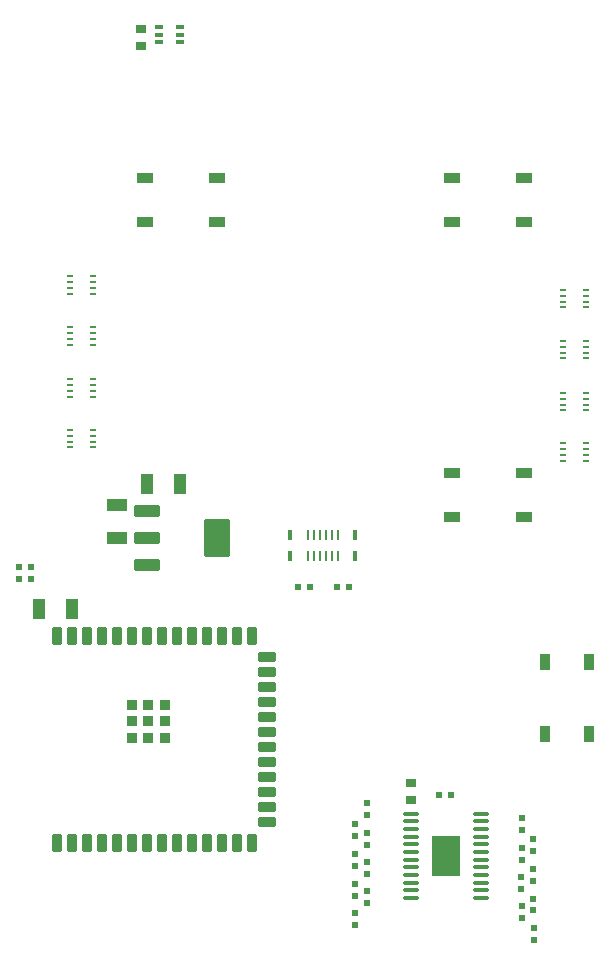
<source format=gbr>
%TF.GenerationSoftware,Altium Limited,Altium Designer,25.4.2 (15)*%
G04 Layer_Color=128*
%FSLAX45Y45*%
%MOMM*%
%TF.SameCoordinates,19D022B1-5E63-46E7-B1F0-11DBF932BF25*%
%TF.FilePolarity,Positive*%
%TF.FileFunction,Paste,Bot*%
%TF.Part,Single*%
G01*
G75*
%TA.AperFunction,BGAPad,CuDef*%
%ADD56R,0.90000X0.90000*%
%TA.AperFunction,ConnectorPad*%
G04:AMPARAMS|DCode=57|XSize=0.9mm|YSize=1.5mm|CornerRadius=0.225mm|HoleSize=0mm|Usage=FLASHONLY|Rotation=270.000|XOffset=0mm|YOffset=0mm|HoleType=Round|Shape=RoundedRectangle|*
%AMROUNDEDRECTD57*
21,1,0.90000,1.05000,0,0,270.0*
21,1,0.45000,1.50000,0,0,270.0*
1,1,0.45000,-0.52500,-0.22500*
1,1,0.45000,-0.52500,0.22500*
1,1,0.45000,0.52500,0.22500*
1,1,0.45000,0.52500,-0.22500*
%
%ADD57ROUNDEDRECTD57*%
G04:AMPARAMS|DCode=58|XSize=1.5mm|YSize=0.9mm|CornerRadius=0.225mm|HoleSize=0mm|Usage=FLASHONLY|Rotation=270.000|XOffset=0mm|YOffset=0mm|HoleType=Round|Shape=RoundedRectangle|*
%AMROUNDEDRECTD58*
21,1,1.50000,0.45000,0,0,270.0*
21,1,1.05000,0.90000,0,0,270.0*
1,1,0.45000,-0.22500,-0.52500*
1,1,0.45000,-0.22500,0.52500*
1,1,0.45000,0.22500,0.52500*
1,1,0.45000,0.22500,-0.52500*
%
%ADD58ROUNDEDRECTD58*%
%TA.AperFunction,SMDPad,CuDef*%
G04:AMPARAMS|DCode=59|XSize=0.25mm|YSize=0.85mm|CornerRadius=0.0125mm|HoleSize=0mm|Usage=FLASHONLY|Rotation=180.000|XOffset=0mm|YOffset=0mm|HoleType=Round|Shape=RoundedRectangle|*
%AMROUNDEDRECTD59*
21,1,0.25000,0.82500,0,0,180.0*
21,1,0.22500,0.85000,0,0,180.0*
1,1,0.02500,-0.11250,0.41250*
1,1,0.02500,0.11250,0.41250*
1,1,0.02500,0.11250,-0.41250*
1,1,0.02500,-0.11250,-0.41250*
%
%ADD59ROUNDEDRECTD59*%
G04:AMPARAMS|DCode=60|XSize=0.35mm|YSize=0.85mm|CornerRadius=0.0175mm|HoleSize=0mm|Usage=FLASHONLY|Rotation=180.000|XOffset=0mm|YOffset=0mm|HoleType=Round|Shape=RoundedRectangle|*
%AMROUNDEDRECTD60*
21,1,0.35000,0.81500,0,0,180.0*
21,1,0.31500,0.85000,0,0,180.0*
1,1,0.03500,-0.15750,0.40750*
1,1,0.03500,0.15750,0.40750*
1,1,0.03500,0.15750,-0.40750*
1,1,0.03500,-0.15750,-0.40750*
%
%ADD60ROUNDEDRECTD60*%
G04:AMPARAMS|DCode=62|XSize=1.3mm|YSize=0.9mm|CornerRadius=0.045mm|HoleSize=0mm|Usage=FLASHONLY|Rotation=180.000|XOffset=0mm|YOffset=0mm|HoleType=Round|Shape=RoundedRectangle|*
%AMROUNDEDRECTD62*
21,1,1.30000,0.81000,0,0,180.0*
21,1,1.21000,0.90000,0,0,180.0*
1,1,0.09000,-0.60500,0.40500*
1,1,0.09000,0.60500,0.40500*
1,1,0.09000,0.60500,-0.40500*
1,1,0.09000,-0.60500,-0.40500*
%
%ADD62ROUNDEDRECTD62*%
G04:AMPARAMS|DCode=63|XSize=1.3mm|YSize=0.9mm|CornerRadius=0.045mm|HoleSize=0mm|Usage=FLASHONLY|Rotation=270.000|XOffset=0mm|YOffset=0mm|HoleType=Round|Shape=RoundedRectangle|*
%AMROUNDEDRECTD63*
21,1,1.30000,0.81000,0,0,270.0*
21,1,1.21000,0.90000,0,0,270.0*
1,1,0.09000,-0.40500,-0.60500*
1,1,0.09000,-0.40500,0.60500*
1,1,0.09000,0.40500,0.60500*
1,1,0.09000,0.40500,-0.60500*
%
%ADD63ROUNDEDRECTD63*%
%ADD64O,0.60000X0.20000*%
%ADD65O,1.40000X0.32500*%
%ADD66R,2.44000X3.42000*%
G04:AMPARAMS|DCode=67|XSize=1mm|YSize=2.15mm|CornerRadius=0.05mm|HoleSize=0mm|Usage=FLASHONLY|Rotation=270.000|XOffset=0mm|YOffset=0mm|HoleType=Round|Shape=RoundedRectangle|*
%AMROUNDEDRECTD67*
21,1,1.00000,2.05000,0,0,270.0*
21,1,0.90000,2.15000,0,0,270.0*
1,1,0.10000,-1.02500,-0.45000*
1,1,0.10000,-1.02500,0.45000*
1,1,0.10000,1.02500,0.45000*
1,1,0.10000,1.02500,-0.45000*
%
%ADD67ROUNDEDRECTD67*%
G04:AMPARAMS|DCode=68|XSize=3.25mm|YSize=2.15mm|CornerRadius=0.1075mm|HoleSize=0mm|Usage=FLASHONLY|Rotation=270.000|XOffset=0mm|YOffset=0mm|HoleType=Round|Shape=RoundedRectangle|*
%AMROUNDEDRECTD68*
21,1,3.25000,1.93500,0,0,270.0*
21,1,3.03500,2.15000,0,0,270.0*
1,1,0.21500,-0.96750,-1.51750*
1,1,0.21500,-0.96750,1.51750*
1,1,0.21500,0.96750,1.51750*
1,1,0.21500,0.96750,-1.51750*
%
%ADD68ROUNDEDRECTD68*%
G04:AMPARAMS|DCode=69|XSize=1.65mm|YSize=0.95mm|CornerRadius=0.00475mm|HoleSize=0mm|Usage=FLASHONLY|Rotation=90.000|XOffset=0mm|YOffset=0mm|HoleType=Round|Shape=RoundedRectangle|*
%AMROUNDEDRECTD69*
21,1,1.65000,0.94050,0,0,90.0*
21,1,1.64050,0.95000,0,0,90.0*
1,1,0.00950,0.47025,0.82025*
1,1,0.00950,0.47025,-0.82025*
1,1,0.00950,-0.47025,-0.82025*
1,1,0.00950,-0.47025,0.82025*
%
%ADD69ROUNDEDRECTD69*%
G04:AMPARAMS|DCode=70|XSize=1.65mm|YSize=0.95mm|CornerRadius=0.00475mm|HoleSize=0mm|Usage=FLASHONLY|Rotation=0.000|XOffset=0mm|YOffset=0mm|HoleType=Round|Shape=RoundedRectangle|*
%AMROUNDEDRECTD70*
21,1,1.65000,0.94050,0,0,0.0*
21,1,1.64050,0.95000,0,0,0.0*
1,1,0.00950,0.82025,-0.47025*
1,1,0.00950,-0.82025,-0.47025*
1,1,0.00950,-0.82025,0.47025*
1,1,0.00950,0.82025,0.47025*
%
%ADD70ROUNDEDRECTD70*%
G04:AMPARAMS|DCode=71|XSize=0.5mm|YSize=0.55mm|CornerRadius=0.025mm|HoleSize=0mm|Usage=FLASHONLY|Rotation=270.000|XOffset=0mm|YOffset=0mm|HoleType=Round|Shape=RoundedRectangle|*
%AMROUNDEDRECTD71*
21,1,0.50000,0.50000,0,0,270.0*
21,1,0.45000,0.55000,0,0,270.0*
1,1,0.05000,-0.25000,-0.22500*
1,1,0.05000,-0.25000,0.22500*
1,1,0.05000,0.25000,0.22500*
1,1,0.05000,0.25000,-0.22500*
%
%ADD71ROUNDEDRECTD71*%
G04:AMPARAMS|DCode=72|XSize=0.5mm|YSize=0.55mm|CornerRadius=0.025mm|HoleSize=0mm|Usage=FLASHONLY|Rotation=0.000|XOffset=0mm|YOffset=0mm|HoleType=Round|Shape=RoundedRectangle|*
%AMROUNDEDRECTD72*
21,1,0.50000,0.50000,0,0,0.0*
21,1,0.45000,0.55000,0,0,0.0*
1,1,0.05000,0.22500,-0.25000*
1,1,0.05000,-0.22500,-0.25000*
1,1,0.05000,-0.22500,0.25000*
1,1,0.05000,0.22500,0.25000*
%
%ADD72ROUNDEDRECTD72*%
G04:AMPARAMS|DCode=73|XSize=0.85mm|YSize=0.6mm|CornerRadius=0.003mm|HoleSize=0mm|Usage=FLASHONLY|Rotation=180.000|XOffset=0mm|YOffset=0mm|HoleType=Round|Shape=RoundedRectangle|*
%AMROUNDEDRECTD73*
21,1,0.85000,0.59400,0,0,180.0*
21,1,0.84400,0.60000,0,0,180.0*
1,1,0.00600,-0.42200,0.29700*
1,1,0.00600,0.42200,0.29700*
1,1,0.00600,0.42200,-0.29700*
1,1,0.00600,-0.42200,-0.29700*
%
%ADD73ROUNDEDRECTD73*%
%TA.AperFunction,ConnectorPad*%
G04:AMPARAMS|DCode=74|XSize=0.3mm|YSize=0.65mm|CornerRadius=0.015mm|HoleSize=0mm|Usage=FLASHONLY|Rotation=90.000|XOffset=0mm|YOffset=0mm|HoleType=Round|Shape=RoundedRectangle|*
%AMROUNDEDRECTD74*
21,1,0.30000,0.62000,0,0,90.0*
21,1,0.27000,0.65000,0,0,90.0*
1,1,0.03000,0.31000,0.13500*
1,1,0.03000,0.31000,-0.13500*
1,1,0.03000,-0.31000,-0.13500*
1,1,0.03000,-0.31000,0.13500*
%
%ADD74ROUNDEDRECTD74*%
D56*
X1381080Y2225480D02*
D03*
Y2085480D02*
D03*
Y1945480D02*
D03*
X1521080Y2085480D02*
D03*
Y2225480D02*
D03*
Y1945480D02*
D03*
X1661080Y2225480D02*
D03*
Y2085480D02*
D03*
Y1945480D02*
D03*
D57*
X2525080Y1236980D02*
D03*
Y1363980D02*
D03*
Y1490980D02*
D03*
Y1617980D02*
D03*
Y1744980D02*
D03*
Y1871980D02*
D03*
Y1998980D02*
D03*
Y2125980D02*
D03*
Y2252980D02*
D03*
Y2379980D02*
D03*
Y2506980D02*
D03*
Y2633980D02*
D03*
D58*
X749080Y1060480D02*
D03*
X876080D02*
D03*
X1003080D02*
D03*
X1130080D02*
D03*
X1257080D02*
D03*
X1384080D02*
D03*
X1511080D02*
D03*
X1638080D02*
D03*
X1765080D02*
D03*
X1892080D02*
D03*
X2019080D02*
D03*
X2146080D02*
D03*
X2273080D02*
D03*
X2400080D02*
D03*
Y2810480D02*
D03*
X2273080D02*
D03*
X2146080D02*
D03*
X2019080D02*
D03*
X1892080D02*
D03*
X1765080D02*
D03*
X1638080D02*
D03*
X1511080D02*
D03*
X1384080D02*
D03*
X1257080D02*
D03*
X1130080D02*
D03*
X1003080D02*
D03*
X876080D02*
D03*
X749080D02*
D03*
D59*
X2925000Y3662200D02*
D03*
X3075000Y3482200D02*
D03*
X2975000D02*
D03*
X3025000Y3662200D02*
D03*
Y3482200D02*
D03*
X2975000Y3662200D02*
D03*
X3075000D02*
D03*
X2925000Y3482200D02*
D03*
X2875001Y3662200D02*
D03*
Y3482200D02*
D03*
X3125000D02*
D03*
Y3662200D02*
D03*
D60*
X2725000Y3482200D02*
D03*
Y3662200D02*
D03*
X3275000D02*
D03*
Y3482200D02*
D03*
D62*
X4095000Y6685000D02*
D03*
Y6315000D02*
D03*
X4705000Y6685000D02*
D03*
Y6315000D02*
D03*
X4095000Y4185000D02*
D03*
Y3815000D02*
D03*
X4705000Y4185000D02*
D03*
Y3815000D02*
D03*
X1495000Y6684999D02*
D03*
Y6315000D02*
D03*
X2105000Y6684999D02*
D03*
Y6315000D02*
D03*
D63*
X4879430Y1979977D02*
D03*
X5249430D02*
D03*
X4879430Y2589977D02*
D03*
X5249430D02*
D03*
D64*
X5036780Y5641121D02*
D03*
Y5591121D02*
D03*
Y5691121D02*
D03*
Y5741121D02*
D03*
X5226781D02*
D03*
Y5691121D02*
D03*
Y5641121D02*
D03*
Y5591121D02*
D03*
X5036780Y4768618D02*
D03*
Y4718618D02*
D03*
Y4818618D02*
D03*
Y4868618D02*
D03*
X5226781D02*
D03*
Y4818618D02*
D03*
Y4768618D02*
D03*
Y4718618D02*
D03*
X5036780Y4340331D02*
D03*
Y4290331D02*
D03*
Y4390331D02*
D03*
Y4440331D02*
D03*
X5226781D02*
D03*
Y4390331D02*
D03*
Y4340331D02*
D03*
Y4290331D02*
D03*
X1050700Y4505410D02*
D03*
Y4555410D02*
D03*
Y4455410D02*
D03*
Y4405410D02*
D03*
X860700D02*
D03*
Y4455410D02*
D03*
Y4505410D02*
D03*
Y4555410D02*
D03*
X1050700Y4933697D02*
D03*
Y4983697D02*
D03*
Y4883697D02*
D03*
Y4833697D02*
D03*
X860700D02*
D03*
Y4883697D02*
D03*
Y4933697D02*
D03*
Y4983697D02*
D03*
X1050700Y5374159D02*
D03*
Y5424159D02*
D03*
Y5324159D02*
D03*
Y5274159D02*
D03*
X860700D02*
D03*
Y5324159D02*
D03*
Y5374159D02*
D03*
Y5424159D02*
D03*
X1050700Y5806200D02*
D03*
Y5856200D02*
D03*
Y5756200D02*
D03*
Y5706200D02*
D03*
X860700D02*
D03*
Y5756200D02*
D03*
Y5806200D02*
D03*
Y5856200D02*
D03*
X5036780Y5209080D02*
D03*
Y5159080D02*
D03*
Y5259080D02*
D03*
Y5309080D02*
D03*
X5226781D02*
D03*
Y5259080D02*
D03*
Y5209080D02*
D03*
Y5159080D02*
D03*
D65*
X3750000Y1175000D02*
D03*
X4340000Y1110000D02*
D03*
Y1175000D02*
D03*
X3750000Y1305000D02*
D03*
Y1110000D02*
D03*
X4340000Y1240000D02*
D03*
X3750000D02*
D03*
X4340000Y1305000D02*
D03*
Y590000D02*
D03*
Y655000D02*
D03*
Y720000D02*
D03*
Y785000D02*
D03*
Y850000D02*
D03*
Y915000D02*
D03*
Y980000D02*
D03*
Y1045000D02*
D03*
X3750000D02*
D03*
Y980000D02*
D03*
Y915000D02*
D03*
Y785000D02*
D03*
Y720000D02*
D03*
Y655000D02*
D03*
Y590000D02*
D03*
Y850000D02*
D03*
D66*
X4045000Y947500D02*
D03*
D67*
X1514101Y3641300D02*
D03*
X1514100Y3411300D02*
D03*
Y3871300D02*
D03*
D68*
X2099100Y3641300D02*
D03*
D69*
X1794100Y4100000D02*
D03*
X1514100D02*
D03*
X596076Y3034999D02*
D03*
X876080Y3035000D02*
D03*
D70*
X1254600Y3641300D02*
D03*
Y3921300D02*
D03*
D71*
X4681269Y769432D02*
D03*
Y669432D02*
D03*
X4780585Y734198D02*
D03*
Y834198D02*
D03*
X4683060Y1016715D02*
D03*
Y916715D02*
D03*
X4683059Y1265985D02*
D03*
X4683059Y1165985D02*
D03*
X4780560Y991715D02*
D03*
Y1091714D02*
D03*
X3272500Y959198D02*
D03*
Y462187D02*
D03*
X3370000Y546271D02*
D03*
X3272500Y711270D02*
D03*
X3370000Y794432D02*
D03*
X3370000Y1041714D02*
D03*
X3272500Y1216714D02*
D03*
X3370000Y1290985D02*
D03*
X4683061Y421272D02*
D03*
X4780560Y586271D02*
D03*
X4784332Y337188D02*
D03*
X4683061Y521271D02*
D03*
X4784332Y237188D02*
D03*
X4780560Y486271D02*
D03*
X3272500Y611270D02*
D03*
X3272500Y859198D02*
D03*
X3370000Y646271D02*
D03*
X3272500Y362187D02*
D03*
X3370000Y1390985D02*
D03*
X3272500Y1116714D02*
D03*
X3370000Y1141715D02*
D03*
X3370000Y894432D02*
D03*
D72*
X4082500Y1465000D02*
D03*
X3218367Y3221045D02*
D03*
X2789443Y3221041D02*
D03*
X3982500Y1465000D02*
D03*
X425000Y3295000D02*
D03*
Y3395000D02*
D03*
X2889443Y3221041D02*
D03*
X3118367Y3221045D02*
D03*
X525000Y3295000D02*
D03*
Y3395000D02*
D03*
D73*
X3750000Y1567500D02*
D03*
X1462400Y7947580D02*
D03*
X3750000Y1422500D02*
D03*
X1462400Y7802580D02*
D03*
D74*
X1610000Y7965000D02*
D03*
X1790000D02*
D03*
Y7835000D02*
D03*
X1610000D02*
D03*
X1790000Y7900000D02*
D03*
X1610000D02*
D03*
%TF.MD5,f3366123fa98c0f6835f2fde96cf6e5e*%
M02*

</source>
